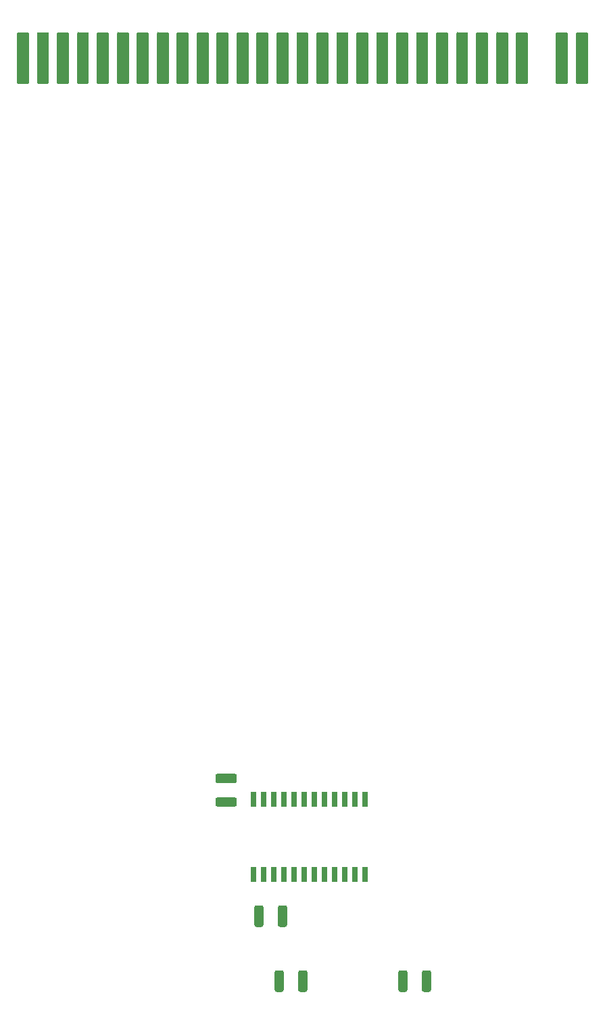
<source format=gbr>
%TF.GenerationSoftware,KiCad,Pcbnew,(5.1.10)-1*%
%TF.CreationDate,2024-05-08T08:23:43+02:00*%
%TF.ProjectId,M003,4d303033-2e6b-4696-9361-645f70636258,rev?*%
%TF.SameCoordinates,Original*%
%TF.FileFunction,Paste,Bot*%
%TF.FilePolarity,Positive*%
%FSLAX46Y46*%
G04 Gerber Fmt 4.6, Leading zero omitted, Abs format (unit mm)*
G04 Created by KiCad (PCBNEW (5.1.10)-1) date 2024-05-08 08:23:43*
%MOMM*%
%LPD*%
G01*
G04 APERTURE LIST*
%ADD10R,0.650000X1.925000*%
G04 APERTURE END LIST*
D10*
%TO.C,IC3*%
X158115000Y-110858000D03*
X156845000Y-110858000D03*
X155575000Y-110858000D03*
X154305000Y-110858000D03*
X153035000Y-110858000D03*
X151765000Y-110858000D03*
X150495000Y-110858000D03*
X149225000Y-110858000D03*
X147955000Y-110858000D03*
X146685000Y-110858000D03*
X145415000Y-110858000D03*
X144145000Y-110858000D03*
X144145000Y-120282000D03*
X145415000Y-120282000D03*
X146685000Y-120282000D03*
X147955000Y-120282000D03*
X149225000Y-120282000D03*
X150495000Y-120282000D03*
X151765000Y-120282000D03*
X153035000Y-120282000D03*
X154305000Y-120282000D03*
X155575000Y-120282000D03*
X156845000Y-120282000D03*
X158115000Y-120282000D03*
%TD*%
%TO.C,C21*%
G36*
G01*
X145404000Y-124375999D02*
X145404000Y-126576001D01*
G75*
G02*
X145154001Y-126826000I-249999J0D01*
G01*
X144503999Y-126826000D01*
G75*
G02*
X144254000Y-126576001I0J249999D01*
G01*
X144254000Y-124375999D01*
G75*
G02*
X144503999Y-124126000I249999J0D01*
G01*
X145154001Y-124126000D01*
G75*
G02*
X145404000Y-124375999I0J-249999D01*
G01*
G37*
G36*
G01*
X148354000Y-124375999D02*
X148354000Y-126576001D01*
G75*
G02*
X148104001Y-126826000I-249999J0D01*
G01*
X147453999Y-126826000D01*
G75*
G02*
X147204000Y-126576001I0J249999D01*
G01*
X147204000Y-124375999D01*
G75*
G02*
X147453999Y-124126000I249999J0D01*
G01*
X148104001Y-124126000D01*
G75*
G02*
X148354000Y-124375999I0J-249999D01*
G01*
G37*
%TD*%
%TO.C,C10*%
G36*
G01*
X163438000Y-132503999D02*
X163438000Y-134704001D01*
G75*
G02*
X163188001Y-134954000I-249999J0D01*
G01*
X162537999Y-134954000D01*
G75*
G02*
X162288000Y-134704001I0J249999D01*
G01*
X162288000Y-132503999D01*
G75*
G02*
X162537999Y-132254000I249999J0D01*
G01*
X163188001Y-132254000D01*
G75*
G02*
X163438000Y-132503999I0J-249999D01*
G01*
G37*
G36*
G01*
X166388000Y-132503999D02*
X166388000Y-134704001D01*
G75*
G02*
X166138001Y-134954000I-249999J0D01*
G01*
X165487999Y-134954000D01*
G75*
G02*
X165238000Y-134704001I0J249999D01*
G01*
X165238000Y-132503999D01*
G75*
G02*
X165487999Y-132254000I249999J0D01*
G01*
X166138001Y-132254000D01*
G75*
G02*
X166388000Y-132503999I0J-249999D01*
G01*
G37*
%TD*%
%TO.C,C9*%
G36*
G01*
X149744000Y-134704001D02*
X149744000Y-132503999D01*
G75*
G02*
X149993999Y-132254000I249999J0D01*
G01*
X150644001Y-132254000D01*
G75*
G02*
X150894000Y-132503999I0J-249999D01*
G01*
X150894000Y-134704001D01*
G75*
G02*
X150644001Y-134954000I-249999J0D01*
G01*
X149993999Y-134954000D01*
G75*
G02*
X149744000Y-134704001I0J249999D01*
G01*
G37*
G36*
G01*
X146794000Y-134704001D02*
X146794000Y-132503999D01*
G75*
G02*
X147043999Y-132254000I249999J0D01*
G01*
X147694001Y-132254000D01*
G75*
G02*
X147944000Y-132503999I0J-249999D01*
G01*
X147944000Y-134704001D01*
G75*
G02*
X147694001Y-134954000I-249999J0D01*
G01*
X147043999Y-134954000D01*
G75*
G02*
X146794000Y-134704001I0J249999D01*
G01*
G37*
%TD*%
%TO.C,C3*%
G36*
G01*
X141816001Y-108828000D02*
X139615999Y-108828000D01*
G75*
G02*
X139366000Y-108578001I0J249999D01*
G01*
X139366000Y-107927999D01*
G75*
G02*
X139615999Y-107678000I249999J0D01*
G01*
X141816001Y-107678000D01*
G75*
G02*
X142066000Y-107927999I0J-249999D01*
G01*
X142066000Y-108578001D01*
G75*
G02*
X141816001Y-108828000I-249999J0D01*
G01*
G37*
G36*
G01*
X141816001Y-111778000D02*
X139615999Y-111778000D01*
G75*
G02*
X139366000Y-111528001I0J249999D01*
G01*
X139366000Y-110877999D01*
G75*
G02*
X139615999Y-110628000I249999J0D01*
G01*
X141816001Y-110628000D01*
G75*
G02*
X142066000Y-110877999I0J-249999D01*
G01*
X142066000Y-111528001D01*
G75*
G02*
X141816001Y-111778000I-249999J0D01*
G01*
G37*
%TD*%
%TO.C,XM1*%
G36*
G01*
X149526000Y-21238000D02*
X149526000Y-15038000D01*
G75*
G02*
X149676000Y-14888000I150000J0D01*
G01*
X150876000Y-14888000D01*
G75*
G02*
X151026000Y-15038000I0J-150000D01*
G01*
X151026000Y-21238000D01*
G75*
G02*
X150876000Y-21388000I-150000J0D01*
G01*
X149676000Y-21388000D01*
G75*
G02*
X149526000Y-21238000I0J150000D01*
G01*
G37*
G36*
G01*
X137026000Y-21238000D02*
X137026000Y-15038000D01*
G75*
G02*
X137176000Y-14888000I150000J0D01*
G01*
X138376000Y-14888000D01*
G75*
G02*
X138526000Y-15038000I0J-150000D01*
G01*
X138526000Y-21238000D01*
G75*
G02*
X138376000Y-21388000I-150000J0D01*
G01*
X137176000Y-21388000D01*
G75*
G02*
X137026000Y-21238000I0J150000D01*
G01*
G37*
G36*
G01*
X132026000Y-21238000D02*
X132026000Y-15038000D01*
G75*
G02*
X132176000Y-14888000I150000J0D01*
G01*
X133376000Y-14888000D01*
G75*
G02*
X133526000Y-15038000I0J-150000D01*
G01*
X133526000Y-21238000D01*
G75*
G02*
X133376000Y-21388000I-150000J0D01*
G01*
X132176000Y-21388000D01*
G75*
G02*
X132026000Y-21238000I0J150000D01*
G01*
G37*
G36*
G01*
X129526000Y-21238000D02*
X129526000Y-15038000D01*
G75*
G02*
X129676000Y-14888000I150000J0D01*
G01*
X130876000Y-14888000D01*
G75*
G02*
X131026000Y-15038000I0J-150000D01*
G01*
X131026000Y-21238000D01*
G75*
G02*
X130876000Y-21388000I-150000J0D01*
G01*
X129676000Y-21388000D01*
G75*
G02*
X129526000Y-21238000I0J150000D01*
G01*
G37*
G36*
G01*
X124526000Y-21238000D02*
X124526000Y-15038000D01*
G75*
G02*
X124676000Y-14888000I150000J0D01*
G01*
X125876000Y-14888000D01*
G75*
G02*
X126026000Y-15038000I0J-150000D01*
G01*
X126026000Y-21238000D01*
G75*
G02*
X125876000Y-21388000I-150000J0D01*
G01*
X124676000Y-21388000D01*
G75*
G02*
X124526000Y-21238000I0J150000D01*
G01*
G37*
G36*
G01*
X119526000Y-21238000D02*
X119526000Y-15038000D01*
G75*
G02*
X119676000Y-14888000I150000J0D01*
G01*
X120876000Y-14888000D01*
G75*
G02*
X121026000Y-15038000I0J-150000D01*
G01*
X121026000Y-21238000D01*
G75*
G02*
X120876000Y-21388000I-150000J0D01*
G01*
X119676000Y-21388000D01*
G75*
G02*
X119526000Y-21238000I0J150000D01*
G01*
G37*
G36*
G01*
X117026000Y-21238000D02*
X117026000Y-15038000D01*
G75*
G02*
X117176000Y-14888000I150000J0D01*
G01*
X118376000Y-14888000D01*
G75*
G02*
X118526000Y-15038000I0J-150000D01*
G01*
X118526000Y-21238000D01*
G75*
G02*
X118376000Y-21388000I-150000J0D01*
G01*
X117176000Y-21388000D01*
G75*
G02*
X117026000Y-21238000I0J150000D01*
G01*
G37*
G36*
G01*
X162026000Y-21238000D02*
X162026000Y-15038000D01*
G75*
G02*
X162176000Y-14888000I150000J0D01*
G01*
X163376000Y-14888000D01*
G75*
G02*
X163526000Y-15038000I0J-150000D01*
G01*
X163526000Y-21238000D01*
G75*
G02*
X163376000Y-21388000I-150000J0D01*
G01*
X162176000Y-21388000D01*
G75*
G02*
X162026000Y-21238000I0J150000D01*
G01*
G37*
G36*
G01*
X159526000Y-21238000D02*
X159526000Y-15038000D01*
G75*
G02*
X159676000Y-14888000I150000J0D01*
G01*
X160876000Y-14888000D01*
G75*
G02*
X161026000Y-15038000I0J-150000D01*
G01*
X161026000Y-21238000D01*
G75*
G02*
X160876000Y-21388000I-150000J0D01*
G01*
X159676000Y-21388000D01*
G75*
G02*
X159526000Y-21238000I0J150000D01*
G01*
G37*
G36*
G01*
X157026000Y-21238000D02*
X157026000Y-15038000D01*
G75*
G02*
X157176000Y-14888000I150000J0D01*
G01*
X158376000Y-14888000D01*
G75*
G02*
X158526000Y-15038000I0J-150000D01*
G01*
X158526000Y-21238000D01*
G75*
G02*
X158376000Y-21388000I-150000J0D01*
G01*
X157176000Y-21388000D01*
G75*
G02*
X157026000Y-21238000I0J150000D01*
G01*
G37*
G36*
G01*
X154526000Y-21238000D02*
X154526000Y-15038000D01*
G75*
G02*
X154676000Y-14888000I150000J0D01*
G01*
X155876000Y-14888000D01*
G75*
G02*
X156026000Y-15038000I0J-150000D01*
G01*
X156026000Y-21238000D01*
G75*
G02*
X155876000Y-21388000I-150000J0D01*
G01*
X154676000Y-21388000D01*
G75*
G02*
X154526000Y-21238000I0J150000D01*
G01*
G37*
G36*
G01*
X152026000Y-21238000D02*
X152026000Y-15038000D01*
G75*
G02*
X152176000Y-14888000I150000J0D01*
G01*
X153376000Y-14888000D01*
G75*
G02*
X153526000Y-15038000I0J-150000D01*
G01*
X153526000Y-21238000D01*
G75*
G02*
X153376000Y-21388000I-150000J0D01*
G01*
X152176000Y-21388000D01*
G75*
G02*
X152026000Y-21238000I0J150000D01*
G01*
G37*
G36*
G01*
X147026000Y-21238000D02*
X147026000Y-15038000D01*
G75*
G02*
X147176000Y-14888000I150000J0D01*
G01*
X148376000Y-14888000D01*
G75*
G02*
X148526000Y-15038000I0J-150000D01*
G01*
X148526000Y-21238000D01*
G75*
G02*
X148376000Y-21388000I-150000J0D01*
G01*
X147176000Y-21388000D01*
G75*
G02*
X147026000Y-21238000I0J150000D01*
G01*
G37*
G36*
G01*
X144526000Y-21238000D02*
X144526000Y-15038000D01*
G75*
G02*
X144676000Y-14888000I150000J0D01*
G01*
X145876000Y-14888000D01*
G75*
G02*
X146026000Y-15038000I0J-150000D01*
G01*
X146026000Y-21238000D01*
G75*
G02*
X145876000Y-21388000I-150000J0D01*
G01*
X144676000Y-21388000D01*
G75*
G02*
X144526000Y-21238000I0J150000D01*
G01*
G37*
G36*
G01*
X142026000Y-21238000D02*
X142026000Y-15038000D01*
G75*
G02*
X142176000Y-14888000I150000J0D01*
G01*
X143376000Y-14888000D01*
G75*
G02*
X143526000Y-15038000I0J-150000D01*
G01*
X143526000Y-21238000D01*
G75*
G02*
X143376000Y-21388000I-150000J0D01*
G01*
X142176000Y-21388000D01*
G75*
G02*
X142026000Y-21238000I0J150000D01*
G01*
G37*
G36*
G01*
X139526000Y-21238000D02*
X139526000Y-15038000D01*
G75*
G02*
X139676000Y-14888000I150000J0D01*
G01*
X140876000Y-14888000D01*
G75*
G02*
X141026000Y-15038000I0J-150000D01*
G01*
X141026000Y-21238000D01*
G75*
G02*
X140876000Y-21388000I-150000J0D01*
G01*
X139676000Y-21388000D01*
G75*
G02*
X139526000Y-21238000I0J150000D01*
G01*
G37*
G36*
G01*
X184526000Y-21238000D02*
X184526000Y-15038000D01*
G75*
G02*
X184676000Y-14888000I150000J0D01*
G01*
X185876000Y-14888000D01*
G75*
G02*
X186026000Y-15038000I0J-150000D01*
G01*
X186026000Y-21238000D01*
G75*
G02*
X185876000Y-21388000I-150000J0D01*
G01*
X184676000Y-21388000D01*
G75*
G02*
X184526000Y-21238000I0J150000D01*
G01*
G37*
G36*
G01*
X134526000Y-21238000D02*
X134526000Y-15038000D01*
G75*
G02*
X134676000Y-14888000I150000J0D01*
G01*
X135876000Y-14888000D01*
G75*
G02*
X136026000Y-15038000I0J-150000D01*
G01*
X136026000Y-21238000D01*
G75*
G02*
X135876000Y-21388000I-150000J0D01*
G01*
X134676000Y-21388000D01*
G75*
G02*
X134526000Y-21238000I0J150000D01*
G01*
G37*
G36*
G01*
X127026000Y-21238000D02*
X127026000Y-15038000D01*
G75*
G02*
X127176000Y-14888000I150000J0D01*
G01*
X128376000Y-14888000D01*
G75*
G02*
X128526000Y-15038000I0J-150000D01*
G01*
X128526000Y-21238000D01*
G75*
G02*
X128376000Y-21388000I-150000J0D01*
G01*
X127176000Y-21388000D01*
G75*
G02*
X127026000Y-21238000I0J150000D01*
G01*
G37*
G36*
G01*
X122026000Y-21238000D02*
X122026000Y-15038000D01*
G75*
G02*
X122176000Y-14888000I150000J0D01*
G01*
X123376000Y-14888000D01*
G75*
G02*
X123526000Y-15038000I0J-150000D01*
G01*
X123526000Y-21238000D01*
G75*
G02*
X123376000Y-21388000I-150000J0D01*
G01*
X122176000Y-21388000D01*
G75*
G02*
X122026000Y-21238000I0J150000D01*
G01*
G37*
G36*
G01*
X114526000Y-21238000D02*
X114526000Y-15038000D01*
G75*
G02*
X114676000Y-14888000I150000J0D01*
G01*
X115876000Y-14888000D01*
G75*
G02*
X116026000Y-15038000I0J-150000D01*
G01*
X116026000Y-21238000D01*
G75*
G02*
X115876000Y-21388000I-150000J0D01*
G01*
X114676000Y-21388000D01*
G75*
G02*
X114526000Y-21238000I0J150000D01*
G01*
G37*
G36*
G01*
X182026000Y-21238000D02*
X182026000Y-15038000D01*
G75*
G02*
X182176000Y-14888000I150000J0D01*
G01*
X183376000Y-14888000D01*
G75*
G02*
X183526000Y-15038000I0J-150000D01*
G01*
X183526000Y-21238000D01*
G75*
G02*
X183376000Y-21388000I-150000J0D01*
G01*
X182176000Y-21388000D01*
G75*
G02*
X182026000Y-21238000I0J150000D01*
G01*
G37*
G36*
G01*
X177026000Y-21238000D02*
X177026000Y-15038000D01*
G75*
G02*
X177176000Y-14888000I150000J0D01*
G01*
X178376000Y-14888000D01*
G75*
G02*
X178526000Y-15038000I0J-150000D01*
G01*
X178526000Y-21238000D01*
G75*
G02*
X178376000Y-21388000I-150000J0D01*
G01*
X177176000Y-21388000D01*
G75*
G02*
X177026000Y-21238000I0J150000D01*
G01*
G37*
G36*
G01*
X174526000Y-21238000D02*
X174526000Y-15038000D01*
G75*
G02*
X174676000Y-14888000I150000J0D01*
G01*
X175876000Y-14888000D01*
G75*
G02*
X176026000Y-15038000I0J-150000D01*
G01*
X176026000Y-21238000D01*
G75*
G02*
X175876000Y-21388000I-150000J0D01*
G01*
X174676000Y-21388000D01*
G75*
G02*
X174526000Y-21238000I0J150000D01*
G01*
G37*
G36*
G01*
X172026000Y-21238000D02*
X172026000Y-15038000D01*
G75*
G02*
X172176000Y-14888000I150000J0D01*
G01*
X173376000Y-14888000D01*
G75*
G02*
X173526000Y-15038000I0J-150000D01*
G01*
X173526000Y-21238000D01*
G75*
G02*
X173376000Y-21388000I-150000J0D01*
G01*
X172176000Y-21388000D01*
G75*
G02*
X172026000Y-21238000I0J150000D01*
G01*
G37*
G36*
G01*
X169526000Y-21238000D02*
X169526000Y-15038000D01*
G75*
G02*
X169676000Y-14888000I150000J0D01*
G01*
X170876000Y-14888000D01*
G75*
G02*
X171026000Y-15038000I0J-150000D01*
G01*
X171026000Y-21238000D01*
G75*
G02*
X170876000Y-21388000I-150000J0D01*
G01*
X169676000Y-21388000D01*
G75*
G02*
X169526000Y-21238000I0J150000D01*
G01*
G37*
G36*
G01*
X167026000Y-21238000D02*
X167026000Y-15038000D01*
G75*
G02*
X167176000Y-14888000I150000J0D01*
G01*
X168376000Y-14888000D01*
G75*
G02*
X168526000Y-15038000I0J-150000D01*
G01*
X168526000Y-21238000D01*
G75*
G02*
X168376000Y-21388000I-150000J0D01*
G01*
X167176000Y-21388000D01*
G75*
G02*
X167026000Y-21238000I0J150000D01*
G01*
G37*
G36*
G01*
X164526000Y-21238000D02*
X164526000Y-15038000D01*
G75*
G02*
X164676000Y-14888000I150000J0D01*
G01*
X165876000Y-14888000D01*
G75*
G02*
X166026000Y-15038000I0J-150000D01*
G01*
X166026000Y-21238000D01*
G75*
G02*
X165876000Y-21388000I-150000J0D01*
G01*
X164676000Y-21388000D01*
G75*
G02*
X164526000Y-21238000I0J150000D01*
G01*
G37*
%TD*%
M02*

</source>
